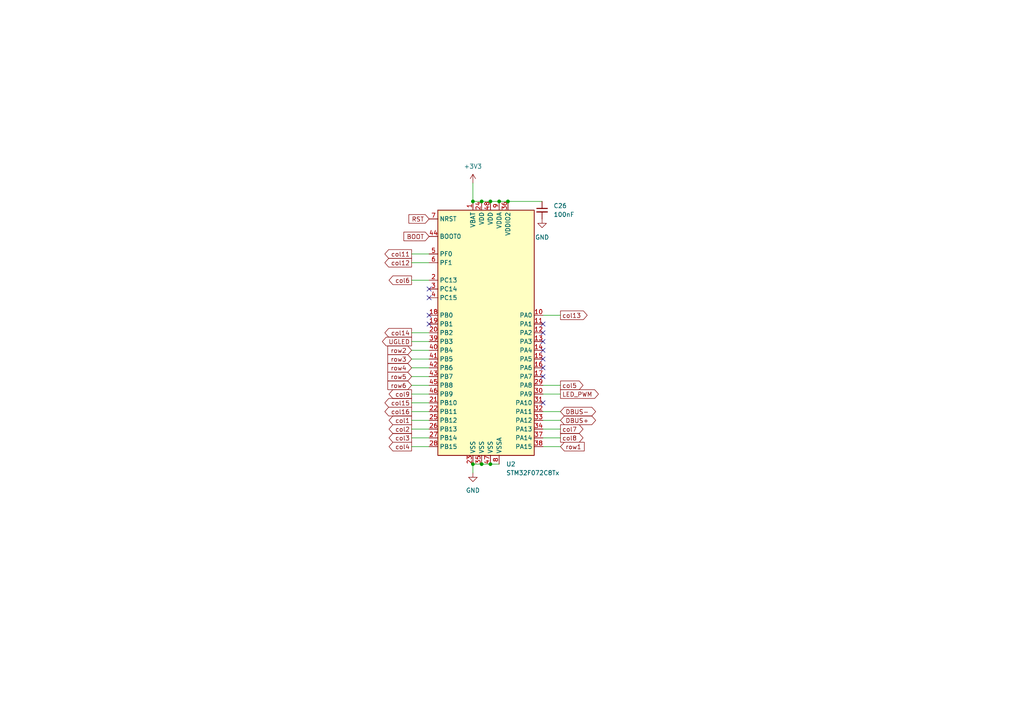
<source format=kicad_sch>
(kicad_sch (version 20211123) (generator eeschema)
  (paper "A4")
  (lib_symbols
    (symbol "Device:C_Small" (pin_numbers hide) (pin_names (offset 0.254) hide)
      (property "Reference" "C" (at 0.254 1.778 0))
      (property "Value" "C_Small" (at 0.254 -2.032 0))
      (symbol "C_Small_0_1"
        (polyline (pts (xy -1.524 -0.508) (xy 1.524 -0.508)) (stroke (width 0.3302)))
        (polyline (pts (xy -1.524 0.508) (xy 1.524 0.508)) (stroke (width 0.3048)))
      )
      (symbol "C_Small_1_1"
        (pin passive line (at 0 2.54 270) (length 2.032) (name "~") (number "1"))
        (pin passive line (at 0 -2.54 90) (length 2.032) (name "~") (number "2"))
      )
    )
    (symbol "MCU_ST_STM32F0:STM32F072C8Tx"
      (property "Reference" "U" (at -15.24 36.83 0))
      (property "Value" "STM32F072C8Tx" (at 7.62 36.83 0))
      (symbol "STM32F072C8Tx_0_1"
        (rectangle (start -15.24 -35.56) (end 12.7 35.56) (stroke (width 0.254)) (fill (type background)))
      )
      (symbol "STM32F072C8Tx_1_1"
        (pin power_in line (at -5.08 38.1 270) (length 2.54) (name "VBAT") (number "1"))
        (pin bidirectional line (at 15.24 5.08 180) (length 2.54) (name "PA0") (number "10"))
        (pin bidirectional line (at 15.24 2.54 180) (length 2.54) (name "PA1") (number "11"))
        (pin bidirectional line (at 15.24 0 180) (length 2.54) (name "PA2") (number "12"))
        (pin bidirectional line (at 15.24 -2.54 180) (length 2.54) (name "PA3") (number "13"))
        (pin bidirectional line (at 15.24 -5.08 180) (length 2.54) (name "PA4") (number "14"))
        (pin bidirectional line (at 15.24 -7.62 180) (length 2.54) (name "PA5") (number "15"))
        (pin bidirectional line (at 15.24 -10.16 180) (length 2.54) (name "PA6") (number "16"))
        (pin bidirectional line (at 15.24 -12.7 180) (length 2.54) (name "PA7") (number "17"))
        (pin bidirectional line (at -17.78 5.08 0) (length 2.54) (name "PB0") (number "18"))
        (pin bidirectional line (at -17.78 2.54 0) (length 2.54) (name "PB1") (number "19"))
        (pin bidirectional line (at -17.78 15.24 0) (length 2.54) (name "PC13") (number "2"))
        (pin bidirectional line (at -17.78 0 0) (length 2.54) (name "PB2") (number "20"))
        (pin bidirectional line (at -17.78 -20.32 0) (length 2.54) (name "PB10") (number "21"))
        (pin bidirectional line (at -17.78 -22.86 0) (length 2.54) (name "PB11") (number "22"))
        (pin power_in line (at -5.08 -38.1 90) (length 2.54) (name "VSS") (number "23"))
        (pin power_in line (at -2.54 38.1 270) (length 2.54) (name "VDD") (number "24"))
        (pin bidirectional line (at -17.78 -25.4 0) (length 2.54) (name "PB12") (number "25"))
        (pin bidirectional line (at -17.78 -27.94 0) (length 2.54) (name "PB13") (number "26"))
        (pin bidirectional line (at -17.78 -30.48 0) (length 2.54) (name "PB14") (number "27"))
        (pin bidirectional line (at -17.78 -33.02 0) (length 2.54) (name "PB15") (number "28"))
        (pin bidirectional line (at 15.24 -15.24 180) (length 2.54) (name "PA8") (number "29"))
        (pin bidirectional line (at -17.78 12.7 0) (length 2.54) (name "PC14") (number "3"))
        (pin bidirectional line (at 15.24 -17.78 180) (length 2.54) (name "PA9") (number "30"))
        (pin bidirectional line (at 15.24 -20.32 180) (length 2.54) (name "PA10") (number "31"))
        (pin bidirectional line (at 15.24 -22.86 180) (length 2.54) (name "PA11") (number "32"))
        (pin bidirectional line (at 15.24 -25.4 180) (length 2.54) (name "PA12") (number "33"))
        (pin bidirectional line (at 15.24 -27.94 180) (length 2.54) (name "PA13") (number "34"))
        (pin power_in line (at -2.54 -38.1 90) (length 2.54) (name "VSS") (number "35"))
        (pin power_in line (at 5.08 38.1 270) (length 2.54) (name "VDDIO2") (number "36"))
        (pin bidirectional line (at 15.24 -30.48 180) (length 2.54) (name "PA14") (number "37"))
        (pin bidirectional line (at 15.24 -33.02 180) (length 2.54) (name "PA15") (number "38"))
        (pin bidirectional line (at -17.78 -2.54 0) (length 2.54) (name "PB3") (number "39"))
        (pin bidirectional line (at -17.78 10.16 0) (length 2.54) (name "PC15") (number "4"))
        (pin bidirectional line (at -17.78 -5.08 0) (length 2.54) (name "PB4") (number "40"))
        (pin bidirectional line (at -17.78 -7.62 0) (length 2.54) (name "PB5") (number "41"))
        (pin bidirectional line (at -17.78 -10.16 0) (length 2.54) (name "PB6") (number "42"))
        (pin bidirectional line (at -17.78 -12.7 0) (length 2.54) (name "PB7") (number "43"))
        (pin input line (at -17.78 27.94 0) (length 2.54) (name "BOOT0") (number "44"))
        (pin bidirectional line (at -17.78 -15.24 0) (length 2.54) (name "PB8") (number "45"))
        (pin bidirectional line (at -17.78 -17.78 0) (length 2.54) (name "PB9") (number "46"))
        (pin power_in line (at 0 -38.1 90) (length 2.54) (name "VSS") (number "47"))
        (pin power_in line (at 0 38.1 270) (length 2.54) (name "VDD") (number "48"))
        (pin input line (at -17.78 22.86 0) (length 2.54) (name "PF0") (number "5"))
        (pin input line (at -17.78 20.32 0) (length 2.54) (name "PF1") (number "6"))
        (pin input line (at -17.78 33.02 0) (length 2.54) (name "NRST") (number "7"))
        (pin power_in line (at 2.54 -38.1 90) (length 2.54) (name "VSSA") (number "8"))
        (pin power_in line (at 2.54 38.1 270) (length 2.54) (name "VDDA") (number "9"))
      )
    )
    (symbol "power:+3.3V" (power) (pin_names (offset 0))
      (property "Value" "+3.3V" (at 0 3.556 0))
      (symbol "+3.3V_0_1"
        (polyline (pts (xy -0.762 1.27) (xy 0 2.54)))
        (polyline (pts (xy 0 0) (xy 0 2.54)))
        (polyline (pts (xy 0 2.54) (xy 0.762 1.27)))
      )
      (symbol "+3.3V_1_1"
        (pin power_in line (at 0 0 90) (length 0) hide (name "+3V3") (number "1"))
      )
    )
    (symbol "power:GND" (power) (pin_names (offset 0))
      (property "Value" "GND" (at 0 -3.81 0))
      (symbol "GND_0_1"
        (polyline (pts (xy 0 0) (xy 0 -1.27) (xy 1.27 -1.27) (xy 0 -2.54) (xy -1.27 -1.27) (xy 0 -1.27)))
      )
      (symbol "GND_1_1"
        (pin power_in line (at 0 0 270) (length 0) hide (name "GND") (number "1"))
      )
    )
  )
  (junction (at 144.78 58.42))
  (junction (at 142.24 134.62))
  (junction (at 139.7 58.42))
  (junction (at 142.24 58.42))
  (junction (at 137.16 58.42))
  (junction (at 137.16 134.62))
  (junction (at 139.7 134.62))
  (junction (at 147.32 58.42))
  (no_connect (at 124.46 93.98))
  (no_connect (at 157.48 101.6))
  (no_connect (at 124.46 86.36))
  (no_connect (at 124.46 83.82))
  (no_connect (at 157.48 96.52))
  (no_connect (at 157.48 99.06))
  (no_connect (at 157.48 109.22))
  (no_connect (at 157.48 104.14))
  (no_connect (at 157.48 93.98))
  (no_connect (at 157.48 116.84))
  (no_connect (at 124.46 91.44))
  (no_connect (at 157.48 106.68))
  (wire (pts (xy 119.38 129.54) (xy 124.46 129.54)))
  (wire (pts (xy 137.16 58.42) (xy 139.7 58.42)))
  (wire (pts (xy 119.38 114.3) (xy 124.46 114.3)))
  (wire (pts (xy 119.38 121.92) (xy 124.46 121.92)))
  (wire (pts (xy 119.38 96.52) (xy 124.46 96.52)))
  (wire (pts (xy 157.48 121.92) (xy 162.56 121.92)))
  (wire (pts (xy 119.38 127) (xy 124.46 127)))
  (wire (pts (xy 144.78 58.42) (xy 147.32 58.42)))
  (wire (pts (xy 144.78 134.62) (xy 142.24 134.62)))
  (wire (pts (xy 119.38 109.22) (xy 124.46 109.22)))
  (wire (pts (xy 119.38 116.84) (xy 124.46 116.84)))
  (wire (pts (xy 137.16 53.086) (xy 137.16 58.42)))
  (wire (pts (xy 157.48 91.44) (xy 162.56 91.44)))
  (wire (pts (xy 157.48 124.46) (xy 162.56 124.46)))
  (wire (pts (xy 157.48 127) (xy 162.56 127)))
  (wire (pts (xy 139.7 58.42) (xy 142.24 58.42)))
  (wire (pts (xy 139.7 134.62) (xy 137.16 134.62)))
  (wire (pts (xy 119.38 119.38) (xy 124.46 119.38)))
  (wire (pts (xy 157.48 114.3) (xy 162.56 114.3)))
  (wire (pts (xy 119.38 124.46) (xy 124.46 124.46)))
  (wire (pts (xy 119.38 81.28) (xy 124.46 81.28)))
  (wire (pts (xy 147.32 58.42) (xy 157.226 58.42)))
  (wire (pts (xy 142.24 58.42) (xy 144.78 58.42)))
  (wire (pts (xy 142.24 134.62) (xy 139.7 134.62)))
  (wire (pts (xy 119.38 104.14) (xy 124.46 104.14)))
  (wire (pts (xy 157.48 119.38) (xy 162.56 119.38)))
  (wire (pts (xy 119.38 111.76) (xy 124.46 111.76)))
  (wire (pts (xy 119.38 101.6) (xy 124.46 101.6)))
  (wire (pts (xy 119.38 76.2) (xy 124.46 76.2)))
  (wire (pts (xy 157.48 129.54) (xy 162.56 129.54)))
  (wire (pts (xy 157.48 111.76) (xy 162.56 111.76)))
  (wire (pts (xy 119.38 73.66) (xy 124.46 73.66)))
  (wire (pts (xy 119.38 106.68) (xy 124.46 106.68)))
  (wire (pts (xy 119.38 99.06) (xy 124.46 99.06)))
  (wire (pts (xy 137.16 134.62) (xy 137.16 137.16)))
  (global_label "col8" (shape output) (at 162.56 127 0) (property "Intersheet References" "${INTERSHEET_REFS}" (effects hide)))
  (global_label "row6" (shape input) (at 119.38 111.76 180) (property "Intersheet References" "${INTERSHEET_REFS}" (effects hide)))
  (global_label "LED_PWM" (shape output) (at 162.56 114.3 0) (property "Intersheet References" "${INTERSHEET_REFS}" (effects hide)))
  (global_label "RST" (shape input) (at 124.46 63.5 180) (property "Intersheet References" "${INTERSHEET_REFS}" (effects hide)))
  (global_label "DBUS-" (shape bidirectional) (at 162.56 119.38 0) (property "Intersheet References" "${INTERSHEET_REFS}" (effects hide)))
  (global_label "col2" (shape output) (at 119.38 124.46 180) (property "Intersheet References" "${INTERSHEET_REFS}" (effects hide)))
  (global_label "row4" (shape input) (at 119.38 106.68 180) (property "Intersheet References" "${INTERSHEET_REFS}" (effects hide)))
  (global_label "col5" (shape output) (at 162.56 111.76 0) (property "Intersheet References" "${INTERSHEET_REFS}" (effects hide)))
  (global_label "row2" (shape input) (at 119.38 101.6 180) (property "Intersheet References" "${INTERSHEET_REFS}" (effects hide)))
  (global_label "col13" (shape output) (at 162.56 91.44 0) (property "Intersheet References" "${INTERSHEET_REFS}" (effects hide)))
  (global_label "col3" (shape output) (at 119.38 127 180) (property "Intersheet References" "${INTERSHEET_REFS}" (effects hide)))
  (global_label "col14" (shape output) (at 119.38 96.52 180) (property "Intersheet References" "${INTERSHEET_REFS}" (effects hide)))
  (global_label "UGLED" (shape output) (at 119.38 99.06 180) (property "Intersheet References" "${INTERSHEET_REFS}" (effects hide)))
  (global_label "DBUS+" (shape bidirectional) (at 162.56 121.92 0) (property "Intersheet References" "${INTERSHEET_REFS}" (effects hide)))
  (global_label "col4" (shape output) (at 119.38 129.54 180) (property "Intersheet References" "${INTERSHEET_REFS}" (effects hide)))
  (global_label "row1" (shape input) (at 162.56 129.54 0) (property "Intersheet References" "${INTERSHEET_REFS}" (effects hide)))
  (global_label "col15" (shape output) (at 119.38 116.84 180) (property "Intersheet References" "${INTERSHEET_REFS}" (effects hide)))
  (global_label "row5" (shape input) (at 119.38 109.22 180) (property "Intersheet References" "${INTERSHEET_REFS}" (effects hide)))
  (global_label "col7" (shape output) (at 162.56 124.46 0) (property "Intersheet References" "${INTERSHEET_REFS}" (effects hide)))
  (global_label "BOOT" (shape input) (at 124.46 68.58 180) (property "Intersheet References" "${INTERSHEET_REFS}" (effects hide)))
  (global_label "col1" (shape output) (at 119.38 121.92 180) (property "Intersheet References" "${INTERSHEET_REFS}" (effects hide)))
  (global_label "col12" (shape output) (at 119.38 76.2 180) (property "Intersheet References" "${INTERSHEET_REFS}" (effects hide)))
  (global_label "col9" (shape output) (at 119.38 114.3 180) (property "Intersheet References" "${INTERSHEET_REFS}" (effects hide)))
  (global_label "col16" (shape output) (at 119.38 119.38 180) (property "Intersheet References" "${INTERSHEET_REFS}" (effects hide)))
  (global_label "row3" (shape input) (at 119.38 104.14 180) (property "Intersheet References" "${INTERSHEET_REFS}" (effects hide)))
  (global_label "col6" (shape output) (at 119.38 81.28 180) (property "Intersheet References" "${INTERSHEET_REFS}" (effects hide)))
  (global_label "col11" (shape output) (at 119.38 73.66 180) (property "Intersheet References" "${INTERSHEET_REFS}" (effects hide)))
  (symbol (lib_id "Device:C_Small") (at 157.226 60.96 0) (unit 1)
    (property "Reference" "C26" (at 160.528 59.6962 0) (effects (justify left)))
    (property "Value" "100nF" (at 160.528 62.2362 0) (effects (justify left)))
    (property "Footprint" "Capacitor_SMD:C_0402_1005Metric" (effects hide))
  )
  (symbol (lib_id "MCU_ST_STM32F0:STM32F072C8Tx") (at 142.24 96.52 0) (unit 1)
    (property "Reference" "U2" (at 146.7994 134.62 0) (effects (justify left)))
    (property "Value" "STM32F072C8Tx" (at 146.7994 137.16 0) (effects (justify left)))
    (property "Footprint" "Package_QFP:LQFP-48_7x7mm_P0.5mm" (effects hide))
    (property "Datasheet" "http://www.st.com/st-web-ui/static/active/en/resource/technical/document/datasheet/DM00090510.pdf" (effects hide))
  )
  (symbol (lib_id "power:+3.3V") (at 137.16 53.086 0) (unit 1)
    (property "Reference" "#PWR045" (effects hide))
    (property "Value" "+3.3V" (at 137.16 48.26 0))
  )
  (symbol (lib_id "power:GND") (at 157.226 63.5 0) (unit 1)
    (property "Reference" "#PWR047" (effects hide))
    (property "Value" "GND" (at 157.226 68.834 0))
  )
  (symbol (lib_id "power:GND") (at 137.16 137.16 0) (unit 1)
    (property "Reference" "#PWR046" (effects hide))
    (property "Value" "GND" (at 137.16 142.24 0))
  )
)
</source>
